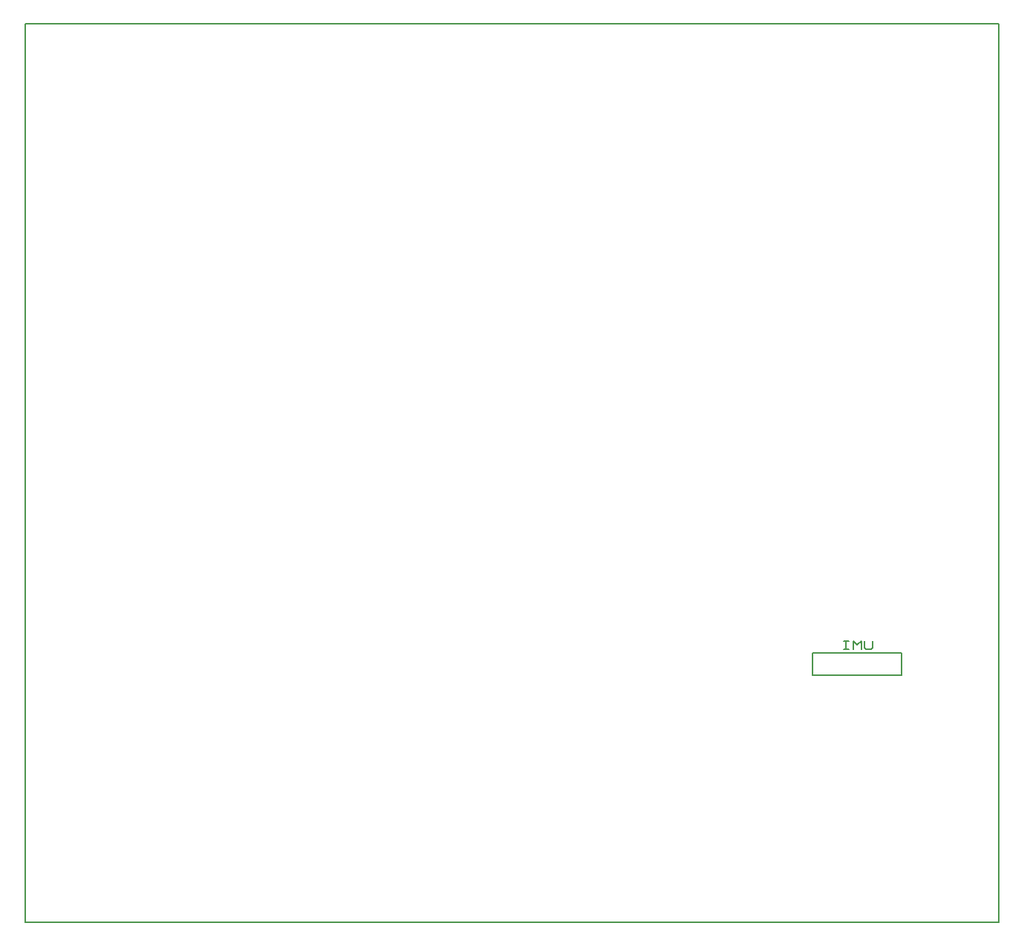
<source format=gbr>
G04 PROTEUS RS274X GERBER FILE*
%FSLAX45Y45*%
%MOMM*%
G01*
%ADD14C,0.203200*%
%TD.AperFunction*%
D14*
X-1251000Y+70641D02*
X-235000Y+70641D01*
X-235000Y+324641D01*
X-1251000Y+324641D01*
X-1251000Y+70641D01*
X-562660Y+464341D02*
X-562660Y+388141D01*
X-578535Y+372901D01*
X-642035Y+372901D01*
X-657910Y+388141D01*
X-657910Y+464341D01*
X-689660Y+372901D02*
X-689660Y+464341D01*
X-737285Y+418621D01*
X-784910Y+464341D01*
X-784910Y+372901D01*
X-832535Y+464341D02*
X-896035Y+464341D01*
X-864285Y+464341D02*
X-864285Y+372901D01*
X-832535Y+372901D02*
X-896035Y+372901D01*
X-10230000Y-2750000D02*
X+880000Y-2750000D01*
X+880000Y+7510000D01*
X-10230000Y+7510000D01*
X-10230000Y-2750000D01*
M02*

</source>
